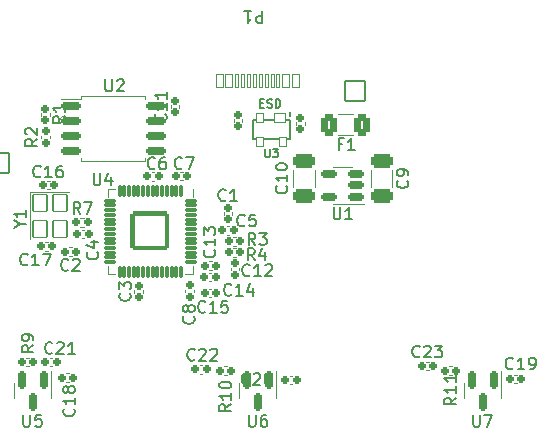
<source format=gbr>
%TF.GenerationSoftware,KiCad,Pcbnew,7.0.5*%
%TF.CreationDate,2024-03-22T09:53:21-05:00*%
%TF.ProjectId,RP2040,52503230-3430-42e6-9b69-6361645f7063,REV1*%
%TF.SameCoordinates,Original*%
%TF.FileFunction,Legend,Top*%
%TF.FilePolarity,Positive*%
%FSLAX46Y46*%
G04 Gerber Fmt 4.6, Leading zero omitted, Abs format (unit mm)*
G04 Created by KiCad (PCBNEW 7.0.5) date 2024-03-22 09:53:21*
%MOMM*%
%LPD*%
G01*
G04 APERTURE LIST*
G04 Aperture macros list*
%AMRoundRect*
0 Rectangle with rounded corners*
0 $1 Rounding radius*
0 $2 $3 $4 $5 $6 $7 $8 $9 X,Y pos of 4 corners*
0 Add a 4 corners polygon primitive as box body*
4,1,4,$2,$3,$4,$5,$6,$7,$8,$9,$2,$3,0*
0 Add four circle primitives for the rounded corners*
1,1,$1+$1,$2,$3*
1,1,$1+$1,$4,$5*
1,1,$1+$1,$6,$7*
1,1,$1+$1,$8,$9*
0 Add four rect primitives between the rounded corners*
20,1,$1+$1,$2,$3,$4,$5,0*
20,1,$1+$1,$4,$5,$6,$7,0*
20,1,$1+$1,$6,$7,$8,$9,0*
20,1,$1+$1,$8,$9,$2,$3,0*%
G04 Aperture macros list end*
%ADD10C,0.150000*%
%ADD11C,0.120000*%
%ADD12RoundRect,0.051000X0.850000X0.850000X-0.850000X0.850000X-0.850000X-0.850000X0.850000X-0.850000X0*%
%ADD13O,1.802000X1.802000*%
%ADD14RoundRect,0.191000X0.140000X0.170000X-0.140000X0.170000X-0.140000X-0.170000X0.140000X-0.170000X0*%
%ADD15RoundRect,0.191000X-0.170000X0.140000X-0.170000X-0.140000X0.170000X-0.140000X0.170000X0.140000X0*%
%ADD16RoundRect,0.051000X0.300000X0.575000X-0.300000X0.575000X-0.300000X-0.575000X0.300000X-0.575000X0*%
%ADD17RoundRect,0.051000X0.150000X0.575000X-0.150000X0.575000X-0.150000X-0.575000X0.150000X-0.575000X0*%
%ADD18O,1.102000X1.902000*%
%ADD19O,1.102000X2.302000*%
%ADD20RoundRect,0.191000X-0.140000X-0.170000X0.140000X-0.170000X0.140000X0.170000X-0.140000X0.170000X0*%
%ADD21C,2.802000*%
%ADD22RoundRect,0.201000X0.512500X0.150000X-0.512500X0.150000X-0.512500X-0.150000X0.512500X-0.150000X0*%
%ADD23RoundRect,0.201000X-0.150000X0.587500X-0.150000X-0.587500X0.150000X-0.587500X0.150000X0.587500X0*%
%ADD24RoundRect,0.301000X0.650000X-0.325000X0.650000X0.325000X-0.650000X0.325000X-0.650000X-0.325000X0*%
%ADD25RoundRect,0.051000X-0.600000X0.700000X-0.600000X-0.700000X0.600000X-0.700000X0.600000X0.700000X0*%
%ADD26RoundRect,0.050000X0.500000X0.350000X-0.500000X0.350000X-0.500000X-0.350000X0.500000X-0.350000X0*%
%ADD27RoundRect,0.050000X0.300000X0.350000X-0.300000X0.350000X-0.300000X-0.350000X0.300000X-0.350000X0*%
%ADD28RoundRect,0.191000X0.170000X-0.140000X0.170000X0.140000X-0.170000X0.140000X-0.170000X-0.140000X0*%
%ADD29RoundRect,0.201000X-0.650000X-0.150000X0.650000X-0.150000X0.650000X0.150000X-0.650000X0.150000X0*%
%ADD30RoundRect,0.186000X0.135000X0.185000X-0.135000X0.185000X-0.135000X-0.185000X0.135000X-0.185000X0*%
%ADD31RoundRect,0.101000X-0.050000X0.387500X-0.050000X-0.387500X0.050000X-0.387500X0.050000X0.387500X0*%
%ADD32RoundRect,0.101000X-0.387500X0.050000X-0.387500X-0.050000X0.387500X-0.050000X0.387500X0.050000X0*%
%ADD33RoundRect,0.195000X-1.456000X1.456000X-1.456000X-1.456000X1.456000X-1.456000X1.456000X1.456000X0*%
%ADD34C,4.402000*%
%ADD35RoundRect,0.301000X-0.375000X-0.625000X0.375000X-0.625000X0.375000X0.625000X-0.375000X0.625000X0*%
%ADD36C,1.802000*%
%ADD37RoundRect,0.051000X-0.850000X0.850000X-0.850000X-0.850000X0.850000X-0.850000X0.850000X0.850000X0*%
G04 APERTURE END LIST*
D10*
%TO.C,C21*%
X-17392858Y3190420D02*
X-17440477Y3142800D01*
X-17440477Y3142800D02*
X-17583334Y3095181D01*
X-17583334Y3095181D02*
X-17678572Y3095181D01*
X-17678572Y3095181D02*
X-17821429Y3142800D01*
X-17821429Y3142800D02*
X-17916667Y3238039D01*
X-17916667Y3238039D02*
X-17964286Y3333277D01*
X-17964286Y3333277D02*
X-18011905Y3523753D01*
X-18011905Y3523753D02*
X-18011905Y3666610D01*
X-18011905Y3666610D02*
X-17964286Y3857086D01*
X-17964286Y3857086D02*
X-17916667Y3952324D01*
X-17916667Y3952324D02*
X-17821429Y4047562D01*
X-17821429Y4047562D02*
X-17678572Y4095181D01*
X-17678572Y4095181D02*
X-17583334Y4095181D01*
X-17583334Y4095181D02*
X-17440477Y4047562D01*
X-17440477Y4047562D02*
X-17392858Y3999943D01*
X-17011905Y3999943D02*
X-16964286Y4047562D01*
X-16964286Y4047562D02*
X-16869048Y4095181D01*
X-16869048Y4095181D02*
X-16630953Y4095181D01*
X-16630953Y4095181D02*
X-16535715Y4047562D01*
X-16535715Y4047562D02*
X-16488096Y3999943D01*
X-16488096Y3999943D02*
X-16440477Y3904705D01*
X-16440477Y3904705D02*
X-16440477Y3809467D01*
X-16440477Y3809467D02*
X-16488096Y3666610D01*
X-16488096Y3666610D02*
X-17059524Y3095181D01*
X-17059524Y3095181D02*
X-16440477Y3095181D01*
X-15488096Y3095181D02*
X-16059524Y3095181D01*
X-15773810Y3095181D02*
X-15773810Y4095181D01*
X-15773810Y4095181D02*
X-15869048Y3952324D01*
X-15869048Y3952324D02*
X-15964286Y3857086D01*
X-15964286Y3857086D02*
X-16059524Y3809467D01*
%TO.C,C12*%
X-692858Y9790420D02*
X-740477Y9742800D01*
X-740477Y9742800D02*
X-883334Y9695181D01*
X-883334Y9695181D02*
X-978572Y9695181D01*
X-978572Y9695181D02*
X-1121429Y9742800D01*
X-1121429Y9742800D02*
X-1216667Y9838039D01*
X-1216667Y9838039D02*
X-1264286Y9933277D01*
X-1264286Y9933277D02*
X-1311905Y10123753D01*
X-1311905Y10123753D02*
X-1311905Y10266610D01*
X-1311905Y10266610D02*
X-1264286Y10457086D01*
X-1264286Y10457086D02*
X-1216667Y10552324D01*
X-1216667Y10552324D02*
X-1121429Y10647562D01*
X-1121429Y10647562D02*
X-978572Y10695181D01*
X-978572Y10695181D02*
X-883334Y10695181D01*
X-883334Y10695181D02*
X-740477Y10647562D01*
X-740477Y10647562D02*
X-692858Y10599943D01*
X259523Y9695181D02*
X-311905Y9695181D01*
X-26191Y9695181D02*
X-26191Y10695181D01*
X-26191Y10695181D02*
X-121429Y10552324D01*
X-121429Y10552324D02*
X-216667Y10457086D01*
X-216667Y10457086D02*
X-311905Y10409467D01*
X640476Y10599943D02*
X688095Y10647562D01*
X688095Y10647562D02*
X783333Y10695181D01*
X783333Y10695181D02*
X1021428Y10695181D01*
X1021428Y10695181D02*
X1116666Y10647562D01*
X1116666Y10647562D02*
X1164285Y10599943D01*
X1164285Y10599943D02*
X1211904Y10504705D01*
X1211904Y10504705D02*
X1211904Y10409467D01*
X1211904Y10409467D02*
X1164285Y10266610D01*
X1164285Y10266610D02*
X592857Y9695181D01*
X592857Y9695181D02*
X1211904Y9695181D01*
%TO.C,P1*%
X388094Y32154820D02*
X388094Y31154820D01*
X388094Y31154820D02*
X7142Y31154820D01*
X7142Y31154820D02*
X-88096Y31202439D01*
X-88096Y31202439D02*
X-135715Y31250058D01*
X-135715Y31250058D02*
X-183334Y31345296D01*
X-183334Y31345296D02*
X-183334Y31488153D01*
X-183334Y31488153D02*
X-135715Y31583391D01*
X-135715Y31583391D02*
X-88096Y31631010D01*
X-88096Y31631010D02*
X7142Y31678629D01*
X7142Y31678629D02*
X388094Y31678629D01*
X-1135715Y32154820D02*
X-564287Y32154820D01*
X-850001Y32154820D02*
X-850001Y31154820D01*
X-850001Y31154820D02*
X-754763Y31297677D01*
X-754763Y31297677D02*
X-659525Y31392915D01*
X-659525Y31392915D02*
X-564287Y31440534D01*
%TO.C,C15*%
X-4442858Y6690420D02*
X-4490477Y6642800D01*
X-4490477Y6642800D02*
X-4633334Y6595181D01*
X-4633334Y6595181D02*
X-4728572Y6595181D01*
X-4728572Y6595181D02*
X-4871429Y6642800D01*
X-4871429Y6642800D02*
X-4966667Y6738039D01*
X-4966667Y6738039D02*
X-5014286Y6833277D01*
X-5014286Y6833277D02*
X-5061905Y7023753D01*
X-5061905Y7023753D02*
X-5061905Y7166610D01*
X-5061905Y7166610D02*
X-5014286Y7357086D01*
X-5014286Y7357086D02*
X-4966667Y7452324D01*
X-4966667Y7452324D02*
X-4871429Y7547562D01*
X-4871429Y7547562D02*
X-4728572Y7595181D01*
X-4728572Y7595181D02*
X-4633334Y7595181D01*
X-4633334Y7595181D02*
X-4490477Y7547562D01*
X-4490477Y7547562D02*
X-4442858Y7499943D01*
X-3490477Y6595181D02*
X-4061905Y6595181D01*
X-3776191Y6595181D02*
X-3776191Y7595181D01*
X-3776191Y7595181D02*
X-3871429Y7452324D01*
X-3871429Y7452324D02*
X-3966667Y7357086D01*
X-3966667Y7357086D02*
X-4061905Y7309467D01*
X-2585715Y7595181D02*
X-3061905Y7595181D01*
X-3061905Y7595181D02*
X-3109524Y7118991D01*
X-3109524Y7118991D02*
X-3061905Y7166610D01*
X-3061905Y7166610D02*
X-2966667Y7214229D01*
X-2966667Y7214229D02*
X-2728572Y7214229D01*
X-2728572Y7214229D02*
X-2633334Y7166610D01*
X-2633334Y7166610D02*
X-2585715Y7118991D01*
X-2585715Y7118991D02*
X-2538096Y7023753D01*
X-2538096Y7023753D02*
X-2538096Y6785658D01*
X-2538096Y6785658D02*
X-2585715Y6690420D01*
X-2585715Y6690420D02*
X-2633334Y6642800D01*
X-2633334Y6642800D02*
X-2728572Y6595181D01*
X-2728572Y6595181D02*
X-2966667Y6595181D01*
X-2966667Y6595181D02*
X-3061905Y6642800D01*
X-3061905Y6642800D02*
X-3109524Y6690420D01*
%TO.C,C8*%
X-5440420Y6283334D02*
X-5392800Y6235715D01*
X-5392800Y6235715D02*
X-5345181Y6092858D01*
X-5345181Y6092858D02*
X-5345181Y5997620D01*
X-5345181Y5997620D02*
X-5392800Y5854763D01*
X-5392800Y5854763D02*
X-5488039Y5759525D01*
X-5488039Y5759525D02*
X-5583277Y5711906D01*
X-5583277Y5711906D02*
X-5773753Y5664287D01*
X-5773753Y5664287D02*
X-5916610Y5664287D01*
X-5916610Y5664287D02*
X-6107086Y5711906D01*
X-6107086Y5711906D02*
X-6202324Y5759525D01*
X-6202324Y5759525D02*
X-6297562Y5854763D01*
X-6297562Y5854763D02*
X-6345181Y5997620D01*
X-6345181Y5997620D02*
X-6345181Y6092858D01*
X-6345181Y6092858D02*
X-6297562Y6235715D01*
X-6297562Y6235715D02*
X-6249943Y6283334D01*
X-5916610Y6854763D02*
X-5964229Y6759525D01*
X-5964229Y6759525D02*
X-6011848Y6711906D01*
X-6011848Y6711906D02*
X-6107086Y6664287D01*
X-6107086Y6664287D02*
X-6154705Y6664287D01*
X-6154705Y6664287D02*
X-6249943Y6711906D01*
X-6249943Y6711906D02*
X-6297562Y6759525D01*
X-6297562Y6759525D02*
X-6345181Y6854763D01*
X-6345181Y6854763D02*
X-6345181Y7045239D01*
X-6345181Y7045239D02*
X-6297562Y7140477D01*
X-6297562Y7140477D02*
X-6249943Y7188096D01*
X-6249943Y7188096D02*
X-6154705Y7235715D01*
X-6154705Y7235715D02*
X-6107086Y7235715D01*
X-6107086Y7235715D02*
X-6011848Y7188096D01*
X-6011848Y7188096D02*
X-5964229Y7140477D01*
X-5964229Y7140477D02*
X-5916610Y7045239D01*
X-5916610Y7045239D02*
X-5916610Y6854763D01*
X-5916610Y6854763D02*
X-5868991Y6759525D01*
X-5868991Y6759525D02*
X-5821372Y6711906D01*
X-5821372Y6711906D02*
X-5726134Y6664287D01*
X-5726134Y6664287D02*
X-5535658Y6664287D01*
X-5535658Y6664287D02*
X-5440420Y6711906D01*
X-5440420Y6711906D02*
X-5392800Y6759525D01*
X-5392800Y6759525D02*
X-5345181Y6854763D01*
X-5345181Y6854763D02*
X-5345181Y7045239D01*
X-5345181Y7045239D02*
X-5392800Y7140477D01*
X-5392800Y7140477D02*
X-5440420Y7188096D01*
X-5440420Y7188096D02*
X-5535658Y7235715D01*
X-5535658Y7235715D02*
X-5726134Y7235715D01*
X-5726134Y7235715D02*
X-5821372Y7188096D01*
X-5821372Y7188096D02*
X-5868991Y7140477D01*
X-5868991Y7140477D02*
X-5916610Y7045239D01*
%TO.C,C17*%
X-19492858Y10690420D02*
X-19540477Y10642800D01*
X-19540477Y10642800D02*
X-19683334Y10595181D01*
X-19683334Y10595181D02*
X-19778572Y10595181D01*
X-19778572Y10595181D02*
X-19921429Y10642800D01*
X-19921429Y10642800D02*
X-20016667Y10738039D01*
X-20016667Y10738039D02*
X-20064286Y10833277D01*
X-20064286Y10833277D02*
X-20111905Y11023753D01*
X-20111905Y11023753D02*
X-20111905Y11166610D01*
X-20111905Y11166610D02*
X-20064286Y11357086D01*
X-20064286Y11357086D02*
X-20016667Y11452324D01*
X-20016667Y11452324D02*
X-19921429Y11547562D01*
X-19921429Y11547562D02*
X-19778572Y11595181D01*
X-19778572Y11595181D02*
X-19683334Y11595181D01*
X-19683334Y11595181D02*
X-19540477Y11547562D01*
X-19540477Y11547562D02*
X-19492858Y11499943D01*
X-18540477Y10595181D02*
X-19111905Y10595181D01*
X-18826191Y10595181D02*
X-18826191Y11595181D01*
X-18826191Y11595181D02*
X-18921429Y11452324D01*
X-18921429Y11452324D02*
X-19016667Y11357086D01*
X-19016667Y11357086D02*
X-19111905Y11309467D01*
X-18207143Y11595181D02*
X-17540477Y11595181D01*
X-17540477Y11595181D02*
X-17969048Y10595181D01*
%TO.C,U1*%
X6415595Y15516431D02*
X6415595Y14706908D01*
X6415595Y14706908D02*
X6463214Y14611670D01*
X6463214Y14611670D02*
X6510833Y14564050D01*
X6510833Y14564050D02*
X6606071Y14516431D01*
X6606071Y14516431D02*
X6796547Y14516431D01*
X6796547Y14516431D02*
X6891785Y14564050D01*
X6891785Y14564050D02*
X6939404Y14611670D01*
X6939404Y14611670D02*
X6987023Y14706908D01*
X6987023Y14706908D02*
X6987023Y15516431D01*
X7987023Y14516431D02*
X7415595Y14516431D01*
X7701309Y14516431D02*
X7701309Y15516431D01*
X7701309Y15516431D02*
X7606071Y15373574D01*
X7606071Y15373574D02*
X7510833Y15278336D01*
X7510833Y15278336D02*
X7415595Y15230717D01*
%TO.C,C2*%
X-16046667Y10250420D02*
X-16094286Y10202800D01*
X-16094286Y10202800D02*
X-16237143Y10155181D01*
X-16237143Y10155181D02*
X-16332381Y10155181D01*
X-16332381Y10155181D02*
X-16475238Y10202800D01*
X-16475238Y10202800D02*
X-16570476Y10298039D01*
X-16570476Y10298039D02*
X-16618095Y10393277D01*
X-16618095Y10393277D02*
X-16665714Y10583753D01*
X-16665714Y10583753D02*
X-16665714Y10726610D01*
X-16665714Y10726610D02*
X-16618095Y10917086D01*
X-16618095Y10917086D02*
X-16570476Y11012324D01*
X-16570476Y11012324D02*
X-16475238Y11107562D01*
X-16475238Y11107562D02*
X-16332381Y11155181D01*
X-16332381Y11155181D02*
X-16237143Y11155181D01*
X-16237143Y11155181D02*
X-16094286Y11107562D01*
X-16094286Y11107562D02*
X-16046667Y11059943D01*
X-15665714Y11059943D02*
X-15618095Y11107562D01*
X-15618095Y11107562D02*
X-15522857Y11155181D01*
X-15522857Y11155181D02*
X-15284762Y11155181D01*
X-15284762Y11155181D02*
X-15189524Y11107562D01*
X-15189524Y11107562D02*
X-15141905Y11059943D01*
X-15141905Y11059943D02*
X-15094286Y10964705D01*
X-15094286Y10964705D02*
X-15094286Y10869467D01*
X-15094286Y10869467D02*
X-15141905Y10726610D01*
X-15141905Y10726610D02*
X-15713333Y10155181D01*
X-15713333Y10155181D02*
X-15094286Y10155181D01*
%TO.C,U7*%
X18238095Y-2054819D02*
X18238095Y-2864342D01*
X18238095Y-2864342D02*
X18285714Y-2959580D01*
X18285714Y-2959580D02*
X18333333Y-3007200D01*
X18333333Y-3007200D02*
X18428571Y-3054819D01*
X18428571Y-3054819D02*
X18619047Y-3054819D01*
X18619047Y-3054819D02*
X18714285Y-3007200D01*
X18714285Y-3007200D02*
X18761904Y-2959580D01*
X18761904Y-2959580D02*
X18809523Y-2864342D01*
X18809523Y-2864342D02*
X18809523Y-2054819D01*
X19190476Y-2054819D02*
X19857142Y-2054819D01*
X19857142Y-2054819D02*
X19428571Y-3054819D01*
%TO.C,R3*%
X-216667Y12345181D02*
X-550000Y12821372D01*
X-788095Y12345181D02*
X-788095Y13345181D01*
X-788095Y13345181D02*
X-407143Y13345181D01*
X-407143Y13345181D02*
X-311905Y13297562D01*
X-311905Y13297562D02*
X-264286Y13249943D01*
X-264286Y13249943D02*
X-216667Y13154705D01*
X-216667Y13154705D02*
X-216667Y13011848D01*
X-216667Y13011848D02*
X-264286Y12916610D01*
X-264286Y12916610D02*
X-311905Y12868991D01*
X-311905Y12868991D02*
X-407143Y12821372D01*
X-407143Y12821372D02*
X-788095Y12821372D01*
X116667Y13345181D02*
X735714Y13345181D01*
X735714Y13345181D02*
X402381Y12964229D01*
X402381Y12964229D02*
X545238Y12964229D01*
X545238Y12964229D02*
X640476Y12916610D01*
X640476Y12916610D02*
X688095Y12868991D01*
X688095Y12868991D02*
X735714Y12773753D01*
X735714Y12773753D02*
X735714Y12535658D01*
X735714Y12535658D02*
X688095Y12440420D01*
X688095Y12440420D02*
X640476Y12392800D01*
X640476Y12392800D02*
X545238Y12345181D01*
X545238Y12345181D02*
X259524Y12345181D01*
X259524Y12345181D02*
X164286Y12392800D01*
X164286Y12392800D02*
X116667Y12440420D01*
%TO.C,C9*%
X12659580Y17783334D02*
X12707200Y17735715D01*
X12707200Y17735715D02*
X12754819Y17592858D01*
X12754819Y17592858D02*
X12754819Y17497620D01*
X12754819Y17497620D02*
X12707200Y17354763D01*
X12707200Y17354763D02*
X12611961Y17259525D01*
X12611961Y17259525D02*
X12516723Y17211906D01*
X12516723Y17211906D02*
X12326247Y17164287D01*
X12326247Y17164287D02*
X12183390Y17164287D01*
X12183390Y17164287D02*
X11992914Y17211906D01*
X11992914Y17211906D02*
X11897676Y17259525D01*
X11897676Y17259525D02*
X11802438Y17354763D01*
X11802438Y17354763D02*
X11754819Y17497620D01*
X11754819Y17497620D02*
X11754819Y17592858D01*
X11754819Y17592858D02*
X11802438Y17735715D01*
X11802438Y17735715D02*
X11850057Y17783334D01*
X12754819Y18259525D02*
X12754819Y18450001D01*
X12754819Y18450001D02*
X12707200Y18545239D01*
X12707200Y18545239D02*
X12659580Y18592858D01*
X12659580Y18592858D02*
X12516723Y18688096D01*
X12516723Y18688096D02*
X12326247Y18735715D01*
X12326247Y18735715D02*
X11945295Y18735715D01*
X11945295Y18735715D02*
X11850057Y18688096D01*
X11850057Y18688096D02*
X11802438Y18640477D01*
X11802438Y18640477D02*
X11754819Y18545239D01*
X11754819Y18545239D02*
X11754819Y18354763D01*
X11754819Y18354763D02*
X11802438Y18259525D01*
X11802438Y18259525D02*
X11850057Y18211906D01*
X11850057Y18211906D02*
X11945295Y18164287D01*
X11945295Y18164287D02*
X12183390Y18164287D01*
X12183390Y18164287D02*
X12278628Y18211906D01*
X12278628Y18211906D02*
X12326247Y18259525D01*
X12326247Y18259525D02*
X12373866Y18354763D01*
X12373866Y18354763D02*
X12373866Y18545239D01*
X12373866Y18545239D02*
X12326247Y18640477D01*
X12326247Y18640477D02*
X12278628Y18688096D01*
X12278628Y18688096D02*
X12183390Y18735715D01*
%TO.C,C14*%
X-2242858Y8140420D02*
X-2290477Y8092800D01*
X-2290477Y8092800D02*
X-2433334Y8045181D01*
X-2433334Y8045181D02*
X-2528572Y8045181D01*
X-2528572Y8045181D02*
X-2671429Y8092800D01*
X-2671429Y8092800D02*
X-2766667Y8188039D01*
X-2766667Y8188039D02*
X-2814286Y8283277D01*
X-2814286Y8283277D02*
X-2861905Y8473753D01*
X-2861905Y8473753D02*
X-2861905Y8616610D01*
X-2861905Y8616610D02*
X-2814286Y8807086D01*
X-2814286Y8807086D02*
X-2766667Y8902324D01*
X-2766667Y8902324D02*
X-2671429Y8997562D01*
X-2671429Y8997562D02*
X-2528572Y9045181D01*
X-2528572Y9045181D02*
X-2433334Y9045181D01*
X-2433334Y9045181D02*
X-2290477Y8997562D01*
X-2290477Y8997562D02*
X-2242858Y8949943D01*
X-1290477Y8045181D02*
X-1861905Y8045181D01*
X-1576191Y8045181D02*
X-1576191Y9045181D01*
X-1576191Y9045181D02*
X-1671429Y8902324D01*
X-1671429Y8902324D02*
X-1766667Y8807086D01*
X-1766667Y8807086D02*
X-1861905Y8759467D01*
X-433334Y8711848D02*
X-433334Y8045181D01*
X-671429Y9092800D02*
X-909524Y8378515D01*
X-909524Y8378515D02*
X-290477Y8378515D01*
%TO.C,Y1*%
X-20121372Y14073810D02*
X-19645181Y14073810D01*
X-20645181Y13740477D02*
X-20121372Y14073810D01*
X-20121372Y14073810D02*
X-20645181Y14407143D01*
X-19645181Y15264286D02*
X-19645181Y14692858D01*
X-19645181Y14978572D02*
X-20645181Y14978572D01*
X-20645181Y14978572D02*
X-20502324Y14883334D01*
X-20502324Y14883334D02*
X-20407086Y14788096D01*
X-20407086Y14788096D02*
X-20359467Y14692858D01*
%TO.C,C4*%
X-13590420Y11733334D02*
X-13542800Y11685715D01*
X-13542800Y11685715D02*
X-13495181Y11542858D01*
X-13495181Y11542858D02*
X-13495181Y11447620D01*
X-13495181Y11447620D02*
X-13542800Y11304763D01*
X-13542800Y11304763D02*
X-13638039Y11209525D01*
X-13638039Y11209525D02*
X-13733277Y11161906D01*
X-13733277Y11161906D02*
X-13923753Y11114287D01*
X-13923753Y11114287D02*
X-14066610Y11114287D01*
X-14066610Y11114287D02*
X-14257086Y11161906D01*
X-14257086Y11161906D02*
X-14352324Y11209525D01*
X-14352324Y11209525D02*
X-14447562Y11304763D01*
X-14447562Y11304763D02*
X-14495181Y11447620D01*
X-14495181Y11447620D02*
X-14495181Y11542858D01*
X-14495181Y11542858D02*
X-14447562Y11685715D01*
X-14447562Y11685715D02*
X-14399943Y11733334D01*
X-14161848Y12590477D02*
X-13495181Y12590477D01*
X-14542800Y12352382D02*
X-13828515Y12114287D01*
X-13828515Y12114287D02*
X-13828515Y12733334D01*
%TO.C,U3*%
X626666Y20463967D02*
X626666Y19897300D01*
X626666Y19897300D02*
X660000Y19830634D01*
X660000Y19830634D02*
X693333Y19797300D01*
X693333Y19797300D02*
X760000Y19763967D01*
X760000Y19763967D02*
X893333Y19763967D01*
X893333Y19763967D02*
X960000Y19797300D01*
X960000Y19797300D02*
X993333Y19830634D01*
X993333Y19830634D02*
X1026666Y19897300D01*
X1026666Y19897300D02*
X1026666Y20463967D01*
X1293333Y20463967D02*
X1726666Y20463967D01*
X1726666Y20463967D02*
X1493333Y20197300D01*
X1493333Y20197300D02*
X1593333Y20197300D01*
X1593333Y20197300D02*
X1659999Y20163967D01*
X1659999Y20163967D02*
X1693333Y20130634D01*
X1693333Y20130634D02*
X1726666Y20063967D01*
X1726666Y20063967D02*
X1726666Y19897300D01*
X1726666Y19897300D02*
X1693333Y19830634D01*
X1693333Y19830634D02*
X1659999Y19797300D01*
X1659999Y19797300D02*
X1593333Y19763967D01*
X1593333Y19763967D02*
X1393333Y19763967D01*
X1393333Y19763967D02*
X1326666Y19797300D01*
X1326666Y19797300D02*
X1293333Y19830634D01*
X211666Y24325634D02*
X445000Y24325634D01*
X545000Y23958967D02*
X211666Y23958967D01*
X211666Y23958967D02*
X211666Y24658967D01*
X211666Y24658967D02*
X545000Y24658967D01*
X811666Y23992300D02*
X911666Y23958967D01*
X911666Y23958967D02*
X1078333Y23958967D01*
X1078333Y23958967D02*
X1144999Y23992300D01*
X1144999Y23992300D02*
X1178333Y24025634D01*
X1178333Y24025634D02*
X1211666Y24092300D01*
X1211666Y24092300D02*
X1211666Y24158967D01*
X1211666Y24158967D02*
X1178333Y24225634D01*
X1178333Y24225634D02*
X1144999Y24258967D01*
X1144999Y24258967D02*
X1078333Y24292300D01*
X1078333Y24292300D02*
X944999Y24325634D01*
X944999Y24325634D02*
X878333Y24358967D01*
X878333Y24358967D02*
X844999Y24392300D01*
X844999Y24392300D02*
X811666Y24458967D01*
X811666Y24458967D02*
X811666Y24525634D01*
X811666Y24525634D02*
X844999Y24592300D01*
X844999Y24592300D02*
X878333Y24625634D01*
X878333Y24625634D02*
X944999Y24658967D01*
X944999Y24658967D02*
X1111666Y24658967D01*
X1111666Y24658967D02*
X1211666Y24625634D01*
X1511666Y23958967D02*
X1511666Y24658967D01*
X1511666Y24658967D02*
X1678333Y24658967D01*
X1678333Y24658967D02*
X1778333Y24625634D01*
X1778333Y24625634D02*
X1845000Y24558967D01*
X1845000Y24558967D02*
X1878333Y24492300D01*
X1878333Y24492300D02*
X1911666Y24358967D01*
X1911666Y24358967D02*
X1911666Y24258967D01*
X1911666Y24258967D02*
X1878333Y24125634D01*
X1878333Y24125634D02*
X1845000Y24058967D01*
X1845000Y24058967D02*
X1778333Y23992300D01*
X1778333Y23992300D02*
X1678333Y23958967D01*
X1678333Y23958967D02*
X1511666Y23958967D01*
%TO.C,R11*%
X16804819Y-592857D02*
X16328628Y-926190D01*
X16804819Y-1164285D02*
X15804819Y-1164285D01*
X15804819Y-1164285D02*
X15804819Y-783333D01*
X15804819Y-783333D02*
X15852438Y-688095D01*
X15852438Y-688095D02*
X15900057Y-640476D01*
X15900057Y-640476D02*
X15995295Y-592857D01*
X15995295Y-592857D02*
X16138152Y-592857D01*
X16138152Y-592857D02*
X16233390Y-640476D01*
X16233390Y-640476D02*
X16281009Y-688095D01*
X16281009Y-688095D02*
X16328628Y-783333D01*
X16328628Y-783333D02*
X16328628Y-1164285D01*
X16804819Y359524D02*
X16804819Y-211904D01*
X16804819Y73810D02*
X15804819Y73810D01*
X15804819Y73810D02*
X15947676Y-21428D01*
X15947676Y-21428D02*
X16042914Y-116666D01*
X16042914Y-116666D02*
X16090533Y-211904D01*
X16804819Y1311905D02*
X16804819Y740477D01*
X16804819Y1026191D02*
X15804819Y1026191D01*
X15804819Y1026191D02*
X15947676Y930953D01*
X15947676Y930953D02*
X16042914Y835715D01*
X16042914Y835715D02*
X16090533Y740477D01*
%TO.C,R4*%
X-266667Y11045181D02*
X-600000Y11521372D01*
X-838095Y11045181D02*
X-838095Y12045181D01*
X-838095Y12045181D02*
X-457143Y12045181D01*
X-457143Y12045181D02*
X-361905Y11997562D01*
X-361905Y11997562D02*
X-314286Y11949943D01*
X-314286Y11949943D02*
X-266667Y11854705D01*
X-266667Y11854705D02*
X-266667Y11711848D01*
X-266667Y11711848D02*
X-314286Y11616610D01*
X-314286Y11616610D02*
X-361905Y11568991D01*
X-361905Y11568991D02*
X-457143Y11521372D01*
X-457143Y11521372D02*
X-838095Y11521372D01*
X590476Y11711848D02*
X590476Y11045181D01*
X352381Y12092800D02*
X114286Y11378515D01*
X114286Y11378515D02*
X733333Y11378515D01*
%TO.C,R2*%
X-18675181Y21313334D02*
X-19151372Y20980001D01*
X-18675181Y20741906D02*
X-19675181Y20741906D01*
X-19675181Y20741906D02*
X-19675181Y21122858D01*
X-19675181Y21122858D02*
X-19627562Y21218096D01*
X-19627562Y21218096D02*
X-19579943Y21265715D01*
X-19579943Y21265715D02*
X-19484705Y21313334D01*
X-19484705Y21313334D02*
X-19341848Y21313334D01*
X-19341848Y21313334D02*
X-19246610Y21265715D01*
X-19246610Y21265715D02*
X-19198991Y21218096D01*
X-19198991Y21218096D02*
X-19151372Y21122858D01*
X-19151372Y21122858D02*
X-19151372Y20741906D01*
X-19579943Y21694287D02*
X-19627562Y21741906D01*
X-19627562Y21741906D02*
X-19675181Y21837144D01*
X-19675181Y21837144D02*
X-19675181Y22075239D01*
X-19675181Y22075239D02*
X-19627562Y22170477D01*
X-19627562Y22170477D02*
X-19579943Y22218096D01*
X-19579943Y22218096D02*
X-19484705Y22265715D01*
X-19484705Y22265715D02*
X-19389467Y22265715D01*
X-19389467Y22265715D02*
X-19246610Y22218096D01*
X-19246610Y22218096D02*
X-18675181Y21646668D01*
X-18675181Y21646668D02*
X-18675181Y22265715D01*
%TO.C,C11*%
X-7820420Y23387143D02*
X-7772800Y23339524D01*
X-7772800Y23339524D02*
X-7725181Y23196667D01*
X-7725181Y23196667D02*
X-7725181Y23101429D01*
X-7725181Y23101429D02*
X-7772800Y22958572D01*
X-7772800Y22958572D02*
X-7868039Y22863334D01*
X-7868039Y22863334D02*
X-7963277Y22815715D01*
X-7963277Y22815715D02*
X-8153753Y22768096D01*
X-8153753Y22768096D02*
X-8296610Y22768096D01*
X-8296610Y22768096D02*
X-8487086Y22815715D01*
X-8487086Y22815715D02*
X-8582324Y22863334D01*
X-8582324Y22863334D02*
X-8677562Y22958572D01*
X-8677562Y22958572D02*
X-8725181Y23101429D01*
X-8725181Y23101429D02*
X-8725181Y23196667D01*
X-8725181Y23196667D02*
X-8677562Y23339524D01*
X-8677562Y23339524D02*
X-8629943Y23387143D01*
X-7725181Y24339524D02*
X-7725181Y23768096D01*
X-7725181Y24053810D02*
X-8725181Y24053810D01*
X-8725181Y24053810D02*
X-8582324Y23958572D01*
X-8582324Y23958572D02*
X-8487086Y23863334D01*
X-8487086Y23863334D02*
X-8439467Y23768096D01*
X-7725181Y25291905D02*
X-7725181Y24720477D01*
X-7725181Y25006191D02*
X-8725181Y25006191D01*
X-8725181Y25006191D02*
X-8582324Y24910953D01*
X-8582324Y24910953D02*
X-8487086Y24815715D01*
X-8487086Y24815715D02*
X-8439467Y24720477D01*
%TO.C,U2*%
X-12911905Y26345181D02*
X-12911905Y25535658D01*
X-12911905Y25535658D02*
X-12864286Y25440420D01*
X-12864286Y25440420D02*
X-12816667Y25392800D01*
X-12816667Y25392800D02*
X-12721429Y25345181D01*
X-12721429Y25345181D02*
X-12530953Y25345181D01*
X-12530953Y25345181D02*
X-12435715Y25392800D01*
X-12435715Y25392800D02*
X-12388096Y25440420D01*
X-12388096Y25440420D02*
X-12340477Y25535658D01*
X-12340477Y25535658D02*
X-12340477Y26345181D01*
X-11911905Y26249943D02*
X-11864286Y26297562D01*
X-11864286Y26297562D02*
X-11769048Y26345181D01*
X-11769048Y26345181D02*
X-11530953Y26345181D01*
X-11530953Y26345181D02*
X-11435715Y26297562D01*
X-11435715Y26297562D02*
X-11388096Y26249943D01*
X-11388096Y26249943D02*
X-11340477Y26154705D01*
X-11340477Y26154705D02*
X-11340477Y26059467D01*
X-11340477Y26059467D02*
X-11388096Y25916610D01*
X-11388096Y25916610D02*
X-11959524Y25345181D01*
X-11959524Y25345181D02*
X-11340477Y25345181D01*
%TO.C,C5*%
X-1116667Y13990420D02*
X-1164286Y13942800D01*
X-1164286Y13942800D02*
X-1307143Y13895181D01*
X-1307143Y13895181D02*
X-1402381Y13895181D01*
X-1402381Y13895181D02*
X-1545238Y13942800D01*
X-1545238Y13942800D02*
X-1640476Y14038039D01*
X-1640476Y14038039D02*
X-1688095Y14133277D01*
X-1688095Y14133277D02*
X-1735714Y14323753D01*
X-1735714Y14323753D02*
X-1735714Y14466610D01*
X-1735714Y14466610D02*
X-1688095Y14657086D01*
X-1688095Y14657086D02*
X-1640476Y14752324D01*
X-1640476Y14752324D02*
X-1545238Y14847562D01*
X-1545238Y14847562D02*
X-1402381Y14895181D01*
X-1402381Y14895181D02*
X-1307143Y14895181D01*
X-1307143Y14895181D02*
X-1164286Y14847562D01*
X-1164286Y14847562D02*
X-1116667Y14799943D01*
X-211905Y14895181D02*
X-688095Y14895181D01*
X-688095Y14895181D02*
X-735714Y14418991D01*
X-735714Y14418991D02*
X-688095Y14466610D01*
X-688095Y14466610D02*
X-592857Y14514229D01*
X-592857Y14514229D02*
X-354762Y14514229D01*
X-354762Y14514229D02*
X-259524Y14466610D01*
X-259524Y14466610D02*
X-211905Y14418991D01*
X-211905Y14418991D02*
X-164286Y14323753D01*
X-164286Y14323753D02*
X-164286Y14085658D01*
X-164286Y14085658D02*
X-211905Y13990420D01*
X-211905Y13990420D02*
X-259524Y13942800D01*
X-259524Y13942800D02*
X-354762Y13895181D01*
X-354762Y13895181D02*
X-592857Y13895181D01*
X-592857Y13895181D02*
X-688095Y13942800D01*
X-688095Y13942800D02*
X-735714Y13990420D01*
%TO.C,C18*%
X-15590420Y-1542857D02*
X-15542800Y-1590476D01*
X-15542800Y-1590476D02*
X-15495181Y-1733333D01*
X-15495181Y-1733333D02*
X-15495181Y-1828571D01*
X-15495181Y-1828571D02*
X-15542800Y-1971428D01*
X-15542800Y-1971428D02*
X-15638039Y-2066666D01*
X-15638039Y-2066666D02*
X-15733277Y-2114285D01*
X-15733277Y-2114285D02*
X-15923753Y-2161904D01*
X-15923753Y-2161904D02*
X-16066610Y-2161904D01*
X-16066610Y-2161904D02*
X-16257086Y-2114285D01*
X-16257086Y-2114285D02*
X-16352324Y-2066666D01*
X-16352324Y-2066666D02*
X-16447562Y-1971428D01*
X-16447562Y-1971428D02*
X-16495181Y-1828571D01*
X-16495181Y-1828571D02*
X-16495181Y-1733333D01*
X-16495181Y-1733333D02*
X-16447562Y-1590476D01*
X-16447562Y-1590476D02*
X-16399943Y-1542857D01*
X-15495181Y-590476D02*
X-15495181Y-1161904D01*
X-15495181Y-876190D02*
X-16495181Y-876190D01*
X-16495181Y-876190D02*
X-16352324Y-971428D01*
X-16352324Y-971428D02*
X-16257086Y-1066666D01*
X-16257086Y-1066666D02*
X-16209467Y-1161904D01*
X-16066610Y-19047D02*
X-16114229Y-114285D01*
X-16114229Y-114285D02*
X-16161848Y-161904D01*
X-16161848Y-161904D02*
X-16257086Y-209523D01*
X-16257086Y-209523D02*
X-16304705Y-209523D01*
X-16304705Y-209523D02*
X-16399943Y-161904D01*
X-16399943Y-161904D02*
X-16447562Y-114285D01*
X-16447562Y-114285D02*
X-16495181Y-19047D01*
X-16495181Y-19047D02*
X-16495181Y171429D01*
X-16495181Y171429D02*
X-16447562Y266667D01*
X-16447562Y266667D02*
X-16399943Y314286D01*
X-16399943Y314286D02*
X-16304705Y361905D01*
X-16304705Y361905D02*
X-16257086Y361905D01*
X-16257086Y361905D02*
X-16161848Y314286D01*
X-16161848Y314286D02*
X-16114229Y266667D01*
X-16114229Y266667D02*
X-16066610Y171429D01*
X-16066610Y171429D02*
X-16066610Y-19047D01*
X-16066610Y-19047D02*
X-16018991Y-114285D01*
X-16018991Y-114285D02*
X-15971372Y-161904D01*
X-15971372Y-161904D02*
X-15876134Y-209523D01*
X-15876134Y-209523D02*
X-15685658Y-209523D01*
X-15685658Y-209523D02*
X-15590420Y-161904D01*
X-15590420Y-161904D02*
X-15542800Y-114285D01*
X-15542800Y-114285D02*
X-15495181Y-19047D01*
X-15495181Y-19047D02*
X-15495181Y171429D01*
X-15495181Y171429D02*
X-15542800Y266667D01*
X-15542800Y266667D02*
X-15590420Y314286D01*
X-15590420Y314286D02*
X-15685658Y361905D01*
X-15685658Y361905D02*
X-15876134Y361905D01*
X-15876134Y361905D02*
X-15971372Y314286D01*
X-15971372Y314286D02*
X-16018991Y266667D01*
X-16018991Y266667D02*
X-16066610Y171429D01*
%TO.C,C6*%
X-8716667Y18840420D02*
X-8764286Y18792800D01*
X-8764286Y18792800D02*
X-8907143Y18745181D01*
X-8907143Y18745181D02*
X-9002381Y18745181D01*
X-9002381Y18745181D02*
X-9145238Y18792800D01*
X-9145238Y18792800D02*
X-9240476Y18888039D01*
X-9240476Y18888039D02*
X-9288095Y18983277D01*
X-9288095Y18983277D02*
X-9335714Y19173753D01*
X-9335714Y19173753D02*
X-9335714Y19316610D01*
X-9335714Y19316610D02*
X-9288095Y19507086D01*
X-9288095Y19507086D02*
X-9240476Y19602324D01*
X-9240476Y19602324D02*
X-9145238Y19697562D01*
X-9145238Y19697562D02*
X-9002381Y19745181D01*
X-9002381Y19745181D02*
X-8907143Y19745181D01*
X-8907143Y19745181D02*
X-8764286Y19697562D01*
X-8764286Y19697562D02*
X-8716667Y19649943D01*
X-7859524Y19745181D02*
X-8050000Y19745181D01*
X-8050000Y19745181D02*
X-8145238Y19697562D01*
X-8145238Y19697562D02*
X-8192857Y19649943D01*
X-8192857Y19649943D02*
X-8288095Y19507086D01*
X-8288095Y19507086D02*
X-8335714Y19316610D01*
X-8335714Y19316610D02*
X-8335714Y18935658D01*
X-8335714Y18935658D02*
X-8288095Y18840420D01*
X-8288095Y18840420D02*
X-8240476Y18792800D01*
X-8240476Y18792800D02*
X-8145238Y18745181D01*
X-8145238Y18745181D02*
X-7954762Y18745181D01*
X-7954762Y18745181D02*
X-7859524Y18792800D01*
X-7859524Y18792800D02*
X-7811905Y18840420D01*
X-7811905Y18840420D02*
X-7764286Y18935658D01*
X-7764286Y18935658D02*
X-7764286Y19173753D01*
X-7764286Y19173753D02*
X-7811905Y19268991D01*
X-7811905Y19268991D02*
X-7859524Y19316610D01*
X-7859524Y19316610D02*
X-7954762Y19364229D01*
X-7954762Y19364229D02*
X-8145238Y19364229D01*
X-8145238Y19364229D02*
X-8240476Y19316610D01*
X-8240476Y19316610D02*
X-8288095Y19268991D01*
X-8288095Y19268991D02*
X-8335714Y19173753D01*
%TO.C,R1*%
X-16365181Y23223334D02*
X-16841372Y22890001D01*
X-16365181Y22651906D02*
X-17365181Y22651906D01*
X-17365181Y22651906D02*
X-17365181Y23032858D01*
X-17365181Y23032858D02*
X-17317562Y23128096D01*
X-17317562Y23128096D02*
X-17269943Y23175715D01*
X-17269943Y23175715D02*
X-17174705Y23223334D01*
X-17174705Y23223334D02*
X-17031848Y23223334D01*
X-17031848Y23223334D02*
X-16936610Y23175715D01*
X-16936610Y23175715D02*
X-16888991Y23128096D01*
X-16888991Y23128096D02*
X-16841372Y23032858D01*
X-16841372Y23032858D02*
X-16841372Y22651906D01*
X-16365181Y24175715D02*
X-16365181Y23604287D01*
X-16365181Y23890001D02*
X-17365181Y23890001D01*
X-17365181Y23890001D02*
X-17222324Y23794763D01*
X-17222324Y23794763D02*
X-17127086Y23699525D01*
X-17127086Y23699525D02*
X-17079467Y23604287D01*
%TO.C,C16*%
X-18392858Y18140420D02*
X-18440477Y18092800D01*
X-18440477Y18092800D02*
X-18583334Y18045181D01*
X-18583334Y18045181D02*
X-18678572Y18045181D01*
X-18678572Y18045181D02*
X-18821429Y18092800D01*
X-18821429Y18092800D02*
X-18916667Y18188039D01*
X-18916667Y18188039D02*
X-18964286Y18283277D01*
X-18964286Y18283277D02*
X-19011905Y18473753D01*
X-19011905Y18473753D02*
X-19011905Y18616610D01*
X-19011905Y18616610D02*
X-18964286Y18807086D01*
X-18964286Y18807086D02*
X-18916667Y18902324D01*
X-18916667Y18902324D02*
X-18821429Y18997562D01*
X-18821429Y18997562D02*
X-18678572Y19045181D01*
X-18678572Y19045181D02*
X-18583334Y19045181D01*
X-18583334Y19045181D02*
X-18440477Y18997562D01*
X-18440477Y18997562D02*
X-18392858Y18949943D01*
X-17440477Y18045181D02*
X-18011905Y18045181D01*
X-17726191Y18045181D02*
X-17726191Y19045181D01*
X-17726191Y19045181D02*
X-17821429Y18902324D01*
X-17821429Y18902324D02*
X-17916667Y18807086D01*
X-17916667Y18807086D02*
X-18011905Y18759467D01*
X-16583334Y19045181D02*
X-16773810Y19045181D01*
X-16773810Y19045181D02*
X-16869048Y18997562D01*
X-16869048Y18997562D02*
X-16916667Y18949943D01*
X-16916667Y18949943D02*
X-17011905Y18807086D01*
X-17011905Y18807086D02*
X-17059524Y18616610D01*
X-17059524Y18616610D02*
X-17059524Y18235658D01*
X-17059524Y18235658D02*
X-17011905Y18140420D01*
X-17011905Y18140420D02*
X-16964286Y18092800D01*
X-16964286Y18092800D02*
X-16869048Y18045181D01*
X-16869048Y18045181D02*
X-16678572Y18045181D01*
X-16678572Y18045181D02*
X-16583334Y18092800D01*
X-16583334Y18092800D02*
X-16535715Y18140420D01*
X-16535715Y18140420D02*
X-16488096Y18235658D01*
X-16488096Y18235658D02*
X-16488096Y18473753D01*
X-16488096Y18473753D02*
X-16535715Y18568991D01*
X-16535715Y18568991D02*
X-16583334Y18616610D01*
X-16583334Y18616610D02*
X-16678572Y18664229D01*
X-16678572Y18664229D02*
X-16869048Y18664229D01*
X-16869048Y18664229D02*
X-16964286Y18616610D01*
X-16964286Y18616610D02*
X-17011905Y18568991D01*
X-17011905Y18568991D02*
X-17059524Y18473753D01*
%TO.C,R7*%
X-15016667Y14945181D02*
X-15350000Y15421372D01*
X-15588095Y14945181D02*
X-15588095Y15945181D01*
X-15588095Y15945181D02*
X-15207143Y15945181D01*
X-15207143Y15945181D02*
X-15111905Y15897562D01*
X-15111905Y15897562D02*
X-15064286Y15849943D01*
X-15064286Y15849943D02*
X-15016667Y15754705D01*
X-15016667Y15754705D02*
X-15016667Y15611848D01*
X-15016667Y15611848D02*
X-15064286Y15516610D01*
X-15064286Y15516610D02*
X-15111905Y15468991D01*
X-15111905Y15468991D02*
X-15207143Y15421372D01*
X-15207143Y15421372D02*
X-15588095Y15421372D01*
X-14683333Y15945181D02*
X-14016667Y15945181D01*
X-14016667Y15945181D02*
X-14445238Y14945181D01*
%TO.C,R10*%
X-2265181Y-1142857D02*
X-2741372Y-1476190D01*
X-2265181Y-1714285D02*
X-3265181Y-1714285D01*
X-3265181Y-1714285D02*
X-3265181Y-1333333D01*
X-3265181Y-1333333D02*
X-3217562Y-1238095D01*
X-3217562Y-1238095D02*
X-3169943Y-1190476D01*
X-3169943Y-1190476D02*
X-3074705Y-1142857D01*
X-3074705Y-1142857D02*
X-2931848Y-1142857D01*
X-2931848Y-1142857D02*
X-2836610Y-1190476D01*
X-2836610Y-1190476D02*
X-2788991Y-1238095D01*
X-2788991Y-1238095D02*
X-2741372Y-1333333D01*
X-2741372Y-1333333D02*
X-2741372Y-1714285D01*
X-2265181Y-190476D02*
X-2265181Y-761904D01*
X-2265181Y-476190D02*
X-3265181Y-476190D01*
X-3265181Y-476190D02*
X-3122324Y-571428D01*
X-3122324Y-571428D02*
X-3027086Y-666666D01*
X-3027086Y-666666D02*
X-2979467Y-761904D01*
X-3265181Y428572D02*
X-3265181Y523810D01*
X-3265181Y523810D02*
X-3217562Y619048D01*
X-3217562Y619048D02*
X-3169943Y666667D01*
X-3169943Y666667D02*
X-3074705Y714286D01*
X-3074705Y714286D02*
X-2884229Y761905D01*
X-2884229Y761905D02*
X-2646134Y761905D01*
X-2646134Y761905D02*
X-2455658Y714286D01*
X-2455658Y714286D02*
X-2360420Y666667D01*
X-2360420Y666667D02*
X-2312800Y619048D01*
X-2312800Y619048D02*
X-2265181Y523810D01*
X-2265181Y523810D02*
X-2265181Y428572D01*
X-2265181Y428572D02*
X-2312800Y333334D01*
X-2312800Y333334D02*
X-2360420Y285715D01*
X-2360420Y285715D02*
X-2455658Y238096D01*
X-2455658Y238096D02*
X-2646134Y190477D01*
X-2646134Y190477D02*
X-2884229Y190477D01*
X-2884229Y190477D02*
X-3074705Y238096D01*
X-3074705Y238096D02*
X-3169943Y285715D01*
X-3169943Y285715D02*
X-3217562Y333334D01*
X-3217562Y333334D02*
X-3265181Y428572D01*
%TO.C,U6*%
X-761905Y-2054819D02*
X-761905Y-2864342D01*
X-761905Y-2864342D02*
X-714286Y-2959580D01*
X-714286Y-2959580D02*
X-666667Y-3007200D01*
X-666667Y-3007200D02*
X-571429Y-3054819D01*
X-571429Y-3054819D02*
X-380953Y-3054819D01*
X-380953Y-3054819D02*
X-285715Y-3007200D01*
X-285715Y-3007200D02*
X-238096Y-2959580D01*
X-238096Y-2959580D02*
X-190477Y-2864342D01*
X-190477Y-2864342D02*
X-190477Y-2054819D01*
X714285Y-2054819D02*
X523809Y-2054819D01*
X523809Y-2054819D02*
X428571Y-2102438D01*
X428571Y-2102438D02*
X380952Y-2150057D01*
X380952Y-2150057D02*
X285714Y-2292914D01*
X285714Y-2292914D02*
X238095Y-2483390D01*
X238095Y-2483390D02*
X238095Y-2864342D01*
X238095Y-2864342D02*
X285714Y-2959580D01*
X285714Y-2959580D02*
X333333Y-3007200D01*
X333333Y-3007200D02*
X428571Y-3054819D01*
X428571Y-3054819D02*
X619047Y-3054819D01*
X619047Y-3054819D02*
X714285Y-3007200D01*
X714285Y-3007200D02*
X761904Y-2959580D01*
X761904Y-2959580D02*
X809523Y-2864342D01*
X809523Y-2864342D02*
X809523Y-2626247D01*
X809523Y-2626247D02*
X761904Y-2531009D01*
X761904Y-2531009D02*
X714285Y-2483390D01*
X714285Y-2483390D02*
X619047Y-2435771D01*
X619047Y-2435771D02*
X428571Y-2435771D01*
X428571Y-2435771D02*
X333333Y-2483390D01*
X333333Y-2483390D02*
X285714Y-2531009D01*
X285714Y-2531009D02*
X238095Y-2626247D01*
%TO.C,C20*%
X-732858Y580420D02*
X-780477Y532800D01*
X-780477Y532800D02*
X-923334Y485181D01*
X-923334Y485181D02*
X-1018572Y485181D01*
X-1018572Y485181D02*
X-1161429Y532800D01*
X-1161429Y532800D02*
X-1256667Y628039D01*
X-1256667Y628039D02*
X-1304286Y723277D01*
X-1304286Y723277D02*
X-1351905Y913753D01*
X-1351905Y913753D02*
X-1351905Y1056610D01*
X-1351905Y1056610D02*
X-1304286Y1247086D01*
X-1304286Y1247086D02*
X-1256667Y1342324D01*
X-1256667Y1342324D02*
X-1161429Y1437562D01*
X-1161429Y1437562D02*
X-1018572Y1485181D01*
X-1018572Y1485181D02*
X-923334Y1485181D01*
X-923334Y1485181D02*
X-780477Y1437562D01*
X-780477Y1437562D02*
X-732858Y1389943D01*
X-351905Y1389943D02*
X-304286Y1437562D01*
X-304286Y1437562D02*
X-209048Y1485181D01*
X-209048Y1485181D02*
X29047Y1485181D01*
X29047Y1485181D02*
X124285Y1437562D01*
X124285Y1437562D02*
X171904Y1389943D01*
X171904Y1389943D02*
X219523Y1294705D01*
X219523Y1294705D02*
X219523Y1199467D01*
X219523Y1199467D02*
X171904Y1056610D01*
X171904Y1056610D02*
X-399524Y485181D01*
X-399524Y485181D02*
X219523Y485181D01*
X838571Y1485181D02*
X933809Y1485181D01*
X933809Y1485181D02*
X1029047Y1437562D01*
X1029047Y1437562D02*
X1076666Y1389943D01*
X1076666Y1389943D02*
X1124285Y1294705D01*
X1124285Y1294705D02*
X1171904Y1104229D01*
X1171904Y1104229D02*
X1171904Y866134D01*
X1171904Y866134D02*
X1124285Y675658D01*
X1124285Y675658D02*
X1076666Y580420D01*
X1076666Y580420D02*
X1029047Y532800D01*
X1029047Y532800D02*
X933809Y485181D01*
X933809Y485181D02*
X838571Y485181D01*
X838571Y485181D02*
X743333Y532800D01*
X743333Y532800D02*
X695714Y580420D01*
X695714Y580420D02*
X648095Y675658D01*
X648095Y675658D02*
X600476Y866134D01*
X600476Y866134D02*
X600476Y1104229D01*
X600476Y1104229D02*
X648095Y1294705D01*
X648095Y1294705D02*
X695714Y1389943D01*
X695714Y1389943D02*
X743333Y1437562D01*
X743333Y1437562D02*
X838571Y1485181D01*
%TO.C,U4*%
X-13911905Y18395181D02*
X-13911905Y17585658D01*
X-13911905Y17585658D02*
X-13864286Y17490420D01*
X-13864286Y17490420D02*
X-13816667Y17442800D01*
X-13816667Y17442800D02*
X-13721429Y17395181D01*
X-13721429Y17395181D02*
X-13530953Y17395181D01*
X-13530953Y17395181D02*
X-13435715Y17442800D01*
X-13435715Y17442800D02*
X-13388096Y17490420D01*
X-13388096Y17490420D02*
X-13340477Y17585658D01*
X-13340477Y17585658D02*
X-13340477Y18395181D01*
X-12435715Y18061848D02*
X-12435715Y17395181D01*
X-12673810Y18442800D02*
X-12911905Y17728515D01*
X-12911905Y17728515D02*
X-12292858Y17728515D01*
%TO.C,R9*%
X-18995181Y3833334D02*
X-19471372Y3500001D01*
X-18995181Y3261906D02*
X-19995181Y3261906D01*
X-19995181Y3261906D02*
X-19995181Y3642858D01*
X-19995181Y3642858D02*
X-19947562Y3738096D01*
X-19947562Y3738096D02*
X-19899943Y3785715D01*
X-19899943Y3785715D02*
X-19804705Y3833334D01*
X-19804705Y3833334D02*
X-19661848Y3833334D01*
X-19661848Y3833334D02*
X-19566610Y3785715D01*
X-19566610Y3785715D02*
X-19518991Y3738096D01*
X-19518991Y3738096D02*
X-19471372Y3642858D01*
X-19471372Y3642858D02*
X-19471372Y3261906D01*
X-18995181Y4309525D02*
X-18995181Y4500001D01*
X-18995181Y4500001D02*
X-19042800Y4595239D01*
X-19042800Y4595239D02*
X-19090420Y4642858D01*
X-19090420Y4642858D02*
X-19233277Y4738096D01*
X-19233277Y4738096D02*
X-19423753Y4785715D01*
X-19423753Y4785715D02*
X-19804705Y4785715D01*
X-19804705Y4785715D02*
X-19899943Y4738096D01*
X-19899943Y4738096D02*
X-19947562Y4690477D01*
X-19947562Y4690477D02*
X-19995181Y4595239D01*
X-19995181Y4595239D02*
X-19995181Y4404763D01*
X-19995181Y4404763D02*
X-19947562Y4309525D01*
X-19947562Y4309525D02*
X-19899943Y4261906D01*
X-19899943Y4261906D02*
X-19804705Y4214287D01*
X-19804705Y4214287D02*
X-19566610Y4214287D01*
X-19566610Y4214287D02*
X-19471372Y4261906D01*
X-19471372Y4261906D02*
X-19423753Y4309525D01*
X-19423753Y4309525D02*
X-19376134Y4404763D01*
X-19376134Y4404763D02*
X-19376134Y4595239D01*
X-19376134Y4595239D02*
X-19423753Y4690477D01*
X-19423753Y4690477D02*
X-19471372Y4738096D01*
X-19471372Y4738096D02*
X-19566610Y4785715D01*
%TO.C,U5*%
X-19861905Y-2054819D02*
X-19861905Y-2864342D01*
X-19861905Y-2864342D02*
X-19814286Y-2959580D01*
X-19814286Y-2959580D02*
X-19766667Y-3007200D01*
X-19766667Y-3007200D02*
X-19671429Y-3054819D01*
X-19671429Y-3054819D02*
X-19480953Y-3054819D01*
X-19480953Y-3054819D02*
X-19385715Y-3007200D01*
X-19385715Y-3007200D02*
X-19338096Y-2959580D01*
X-19338096Y-2959580D02*
X-19290477Y-2864342D01*
X-19290477Y-2864342D02*
X-19290477Y-2054819D01*
X-18338096Y-2054819D02*
X-18814286Y-2054819D01*
X-18814286Y-2054819D02*
X-18861905Y-2531009D01*
X-18861905Y-2531009D02*
X-18814286Y-2483390D01*
X-18814286Y-2483390D02*
X-18719048Y-2435771D01*
X-18719048Y-2435771D02*
X-18480953Y-2435771D01*
X-18480953Y-2435771D02*
X-18385715Y-2483390D01*
X-18385715Y-2483390D02*
X-18338096Y-2531009D01*
X-18338096Y-2531009D02*
X-18290477Y-2626247D01*
X-18290477Y-2626247D02*
X-18290477Y-2864342D01*
X-18290477Y-2864342D02*
X-18338096Y-2959580D01*
X-18338096Y-2959580D02*
X-18385715Y-3007200D01*
X-18385715Y-3007200D02*
X-18480953Y-3054819D01*
X-18480953Y-3054819D02*
X-18719048Y-3054819D01*
X-18719048Y-3054819D02*
X-18814286Y-3007200D01*
X-18814286Y-3007200D02*
X-18861905Y-2959580D01*
%TO.C,C23*%
X13707142Y2900420D02*
X13659523Y2852800D01*
X13659523Y2852800D02*
X13516666Y2805181D01*
X13516666Y2805181D02*
X13421428Y2805181D01*
X13421428Y2805181D02*
X13278571Y2852800D01*
X13278571Y2852800D02*
X13183333Y2948039D01*
X13183333Y2948039D02*
X13135714Y3043277D01*
X13135714Y3043277D02*
X13088095Y3233753D01*
X13088095Y3233753D02*
X13088095Y3376610D01*
X13088095Y3376610D02*
X13135714Y3567086D01*
X13135714Y3567086D02*
X13183333Y3662324D01*
X13183333Y3662324D02*
X13278571Y3757562D01*
X13278571Y3757562D02*
X13421428Y3805181D01*
X13421428Y3805181D02*
X13516666Y3805181D01*
X13516666Y3805181D02*
X13659523Y3757562D01*
X13659523Y3757562D02*
X13707142Y3709943D01*
X14088095Y3709943D02*
X14135714Y3757562D01*
X14135714Y3757562D02*
X14230952Y3805181D01*
X14230952Y3805181D02*
X14469047Y3805181D01*
X14469047Y3805181D02*
X14564285Y3757562D01*
X14564285Y3757562D02*
X14611904Y3709943D01*
X14611904Y3709943D02*
X14659523Y3614705D01*
X14659523Y3614705D02*
X14659523Y3519467D01*
X14659523Y3519467D02*
X14611904Y3376610D01*
X14611904Y3376610D02*
X14040476Y2805181D01*
X14040476Y2805181D02*
X14659523Y2805181D01*
X14992857Y3805181D02*
X15611904Y3805181D01*
X15611904Y3805181D02*
X15278571Y3424229D01*
X15278571Y3424229D02*
X15421428Y3424229D01*
X15421428Y3424229D02*
X15516666Y3376610D01*
X15516666Y3376610D02*
X15564285Y3328991D01*
X15564285Y3328991D02*
X15611904Y3233753D01*
X15611904Y3233753D02*
X15611904Y2995658D01*
X15611904Y2995658D02*
X15564285Y2900420D01*
X15564285Y2900420D02*
X15516666Y2852800D01*
X15516666Y2852800D02*
X15421428Y2805181D01*
X15421428Y2805181D02*
X15135714Y2805181D01*
X15135714Y2805181D02*
X15040476Y2852800D01*
X15040476Y2852800D02*
X14992857Y2900420D01*
%TO.C,C19*%
X21607142Y1890420D02*
X21559523Y1842800D01*
X21559523Y1842800D02*
X21416666Y1795181D01*
X21416666Y1795181D02*
X21321428Y1795181D01*
X21321428Y1795181D02*
X21178571Y1842800D01*
X21178571Y1842800D02*
X21083333Y1938039D01*
X21083333Y1938039D02*
X21035714Y2033277D01*
X21035714Y2033277D02*
X20988095Y2223753D01*
X20988095Y2223753D02*
X20988095Y2366610D01*
X20988095Y2366610D02*
X21035714Y2557086D01*
X21035714Y2557086D02*
X21083333Y2652324D01*
X21083333Y2652324D02*
X21178571Y2747562D01*
X21178571Y2747562D02*
X21321428Y2795181D01*
X21321428Y2795181D02*
X21416666Y2795181D01*
X21416666Y2795181D02*
X21559523Y2747562D01*
X21559523Y2747562D02*
X21607142Y2699943D01*
X22559523Y1795181D02*
X21988095Y1795181D01*
X22273809Y1795181D02*
X22273809Y2795181D01*
X22273809Y2795181D02*
X22178571Y2652324D01*
X22178571Y2652324D02*
X22083333Y2557086D01*
X22083333Y2557086D02*
X21988095Y2509467D01*
X23035714Y1795181D02*
X23226190Y1795181D01*
X23226190Y1795181D02*
X23321428Y1842800D01*
X23321428Y1842800D02*
X23369047Y1890420D01*
X23369047Y1890420D02*
X23464285Y2033277D01*
X23464285Y2033277D02*
X23511904Y2223753D01*
X23511904Y2223753D02*
X23511904Y2604705D01*
X23511904Y2604705D02*
X23464285Y2699943D01*
X23464285Y2699943D02*
X23416666Y2747562D01*
X23416666Y2747562D02*
X23321428Y2795181D01*
X23321428Y2795181D02*
X23130952Y2795181D01*
X23130952Y2795181D02*
X23035714Y2747562D01*
X23035714Y2747562D02*
X22988095Y2699943D01*
X22988095Y2699943D02*
X22940476Y2604705D01*
X22940476Y2604705D02*
X22940476Y2366610D01*
X22940476Y2366610D02*
X22988095Y2271372D01*
X22988095Y2271372D02*
X23035714Y2223753D01*
X23035714Y2223753D02*
X23130952Y2176134D01*
X23130952Y2176134D02*
X23321428Y2176134D01*
X23321428Y2176134D02*
X23416666Y2223753D01*
X23416666Y2223753D02*
X23464285Y2271372D01*
X23464285Y2271372D02*
X23511904Y2366610D01*
%TO.C,C7*%
X-6416667Y18840420D02*
X-6464286Y18792800D01*
X-6464286Y18792800D02*
X-6607143Y18745181D01*
X-6607143Y18745181D02*
X-6702381Y18745181D01*
X-6702381Y18745181D02*
X-6845238Y18792800D01*
X-6845238Y18792800D02*
X-6940476Y18888039D01*
X-6940476Y18888039D02*
X-6988095Y18983277D01*
X-6988095Y18983277D02*
X-7035714Y19173753D01*
X-7035714Y19173753D02*
X-7035714Y19316610D01*
X-7035714Y19316610D02*
X-6988095Y19507086D01*
X-6988095Y19507086D02*
X-6940476Y19602324D01*
X-6940476Y19602324D02*
X-6845238Y19697562D01*
X-6845238Y19697562D02*
X-6702381Y19745181D01*
X-6702381Y19745181D02*
X-6607143Y19745181D01*
X-6607143Y19745181D02*
X-6464286Y19697562D01*
X-6464286Y19697562D02*
X-6416667Y19649943D01*
X-6083333Y19745181D02*
X-5416667Y19745181D01*
X-5416667Y19745181D02*
X-5845238Y18745181D01*
%TO.C,C3*%
X-10840420Y8233334D02*
X-10792800Y8185715D01*
X-10792800Y8185715D02*
X-10745181Y8042858D01*
X-10745181Y8042858D02*
X-10745181Y7947620D01*
X-10745181Y7947620D02*
X-10792800Y7804763D01*
X-10792800Y7804763D02*
X-10888039Y7709525D01*
X-10888039Y7709525D02*
X-10983277Y7661906D01*
X-10983277Y7661906D02*
X-11173753Y7614287D01*
X-11173753Y7614287D02*
X-11316610Y7614287D01*
X-11316610Y7614287D02*
X-11507086Y7661906D01*
X-11507086Y7661906D02*
X-11602324Y7709525D01*
X-11602324Y7709525D02*
X-11697562Y7804763D01*
X-11697562Y7804763D02*
X-11745181Y7947620D01*
X-11745181Y7947620D02*
X-11745181Y8042858D01*
X-11745181Y8042858D02*
X-11697562Y8185715D01*
X-11697562Y8185715D02*
X-11649943Y8233334D01*
X-11745181Y8566668D02*
X-11745181Y9185715D01*
X-11745181Y9185715D02*
X-11364229Y8852382D01*
X-11364229Y8852382D02*
X-11364229Y8995239D01*
X-11364229Y8995239D02*
X-11316610Y9090477D01*
X-11316610Y9090477D02*
X-11268991Y9138096D01*
X-11268991Y9138096D02*
X-11173753Y9185715D01*
X-11173753Y9185715D02*
X-10935658Y9185715D01*
X-10935658Y9185715D02*
X-10840420Y9138096D01*
X-10840420Y9138096D02*
X-10792800Y9090477D01*
X-10792800Y9090477D02*
X-10745181Y8995239D01*
X-10745181Y8995239D02*
X-10745181Y8709525D01*
X-10745181Y8709525D02*
X-10792800Y8614287D01*
X-10792800Y8614287D02*
X-10840420Y8566668D01*
%TO.C,C22*%
X-5342858Y2640420D02*
X-5390477Y2592800D01*
X-5390477Y2592800D02*
X-5533334Y2545181D01*
X-5533334Y2545181D02*
X-5628572Y2545181D01*
X-5628572Y2545181D02*
X-5771429Y2592800D01*
X-5771429Y2592800D02*
X-5866667Y2688039D01*
X-5866667Y2688039D02*
X-5914286Y2783277D01*
X-5914286Y2783277D02*
X-5961905Y2973753D01*
X-5961905Y2973753D02*
X-5961905Y3116610D01*
X-5961905Y3116610D02*
X-5914286Y3307086D01*
X-5914286Y3307086D02*
X-5866667Y3402324D01*
X-5866667Y3402324D02*
X-5771429Y3497562D01*
X-5771429Y3497562D02*
X-5628572Y3545181D01*
X-5628572Y3545181D02*
X-5533334Y3545181D01*
X-5533334Y3545181D02*
X-5390477Y3497562D01*
X-5390477Y3497562D02*
X-5342858Y3449943D01*
X-4961905Y3449943D02*
X-4914286Y3497562D01*
X-4914286Y3497562D02*
X-4819048Y3545181D01*
X-4819048Y3545181D02*
X-4580953Y3545181D01*
X-4580953Y3545181D02*
X-4485715Y3497562D01*
X-4485715Y3497562D02*
X-4438096Y3449943D01*
X-4438096Y3449943D02*
X-4390477Y3354705D01*
X-4390477Y3354705D02*
X-4390477Y3259467D01*
X-4390477Y3259467D02*
X-4438096Y3116610D01*
X-4438096Y3116610D02*
X-5009524Y2545181D01*
X-5009524Y2545181D02*
X-4390477Y2545181D01*
X-4009524Y3449943D02*
X-3961905Y3497562D01*
X-3961905Y3497562D02*
X-3866667Y3545181D01*
X-3866667Y3545181D02*
X-3628572Y3545181D01*
X-3628572Y3545181D02*
X-3533334Y3497562D01*
X-3533334Y3497562D02*
X-3485715Y3449943D01*
X-3485715Y3449943D02*
X-3438096Y3354705D01*
X-3438096Y3354705D02*
X-3438096Y3259467D01*
X-3438096Y3259467D02*
X-3485715Y3116610D01*
X-3485715Y3116610D02*
X-4057143Y2545181D01*
X-4057143Y2545181D02*
X-3438096Y2545181D01*
%TO.C,F1*%
X7166666Y20868991D02*
X6833333Y20868991D01*
X6833333Y20345181D02*
X6833333Y21345181D01*
X6833333Y21345181D02*
X7309523Y21345181D01*
X8214285Y20345181D02*
X7642857Y20345181D01*
X7928571Y20345181D02*
X7928571Y21345181D01*
X7928571Y21345181D02*
X7833333Y21202324D01*
X7833333Y21202324D02*
X7738095Y21107086D01*
X7738095Y21107086D02*
X7642857Y21059467D01*
%TO.C,C1*%
X-2716667Y16140420D02*
X-2764286Y16092800D01*
X-2764286Y16092800D02*
X-2907143Y16045181D01*
X-2907143Y16045181D02*
X-3002381Y16045181D01*
X-3002381Y16045181D02*
X-3145238Y16092800D01*
X-3145238Y16092800D02*
X-3240476Y16188039D01*
X-3240476Y16188039D02*
X-3288095Y16283277D01*
X-3288095Y16283277D02*
X-3335714Y16473753D01*
X-3335714Y16473753D02*
X-3335714Y16616610D01*
X-3335714Y16616610D02*
X-3288095Y16807086D01*
X-3288095Y16807086D02*
X-3240476Y16902324D01*
X-3240476Y16902324D02*
X-3145238Y16997562D01*
X-3145238Y16997562D02*
X-3002381Y17045181D01*
X-3002381Y17045181D02*
X-2907143Y17045181D01*
X-2907143Y17045181D02*
X-2764286Y16997562D01*
X-2764286Y16997562D02*
X-2716667Y16949943D01*
X-1764286Y16045181D02*
X-2335714Y16045181D01*
X-2050000Y16045181D02*
X-2050000Y17045181D01*
X-2050000Y17045181D02*
X-2145238Y16902324D01*
X-2145238Y16902324D02*
X-2240476Y16807086D01*
X-2240476Y16807086D02*
X-2335714Y16759467D01*
%TO.C,C13*%
X-3690420Y11907143D02*
X-3642800Y11859524D01*
X-3642800Y11859524D02*
X-3595181Y11716667D01*
X-3595181Y11716667D02*
X-3595181Y11621429D01*
X-3595181Y11621429D02*
X-3642800Y11478572D01*
X-3642800Y11478572D02*
X-3738039Y11383334D01*
X-3738039Y11383334D02*
X-3833277Y11335715D01*
X-3833277Y11335715D02*
X-4023753Y11288096D01*
X-4023753Y11288096D02*
X-4166610Y11288096D01*
X-4166610Y11288096D02*
X-4357086Y11335715D01*
X-4357086Y11335715D02*
X-4452324Y11383334D01*
X-4452324Y11383334D02*
X-4547562Y11478572D01*
X-4547562Y11478572D02*
X-4595181Y11621429D01*
X-4595181Y11621429D02*
X-4595181Y11716667D01*
X-4595181Y11716667D02*
X-4547562Y11859524D01*
X-4547562Y11859524D02*
X-4499943Y11907143D01*
X-3595181Y12859524D02*
X-3595181Y12288096D01*
X-3595181Y12573810D02*
X-4595181Y12573810D01*
X-4595181Y12573810D02*
X-4452324Y12478572D01*
X-4452324Y12478572D02*
X-4357086Y12383334D01*
X-4357086Y12383334D02*
X-4309467Y12288096D01*
X-4595181Y13192858D02*
X-4595181Y13811905D01*
X-4595181Y13811905D02*
X-4214229Y13478572D01*
X-4214229Y13478572D02*
X-4214229Y13621429D01*
X-4214229Y13621429D02*
X-4166610Y13716667D01*
X-4166610Y13716667D02*
X-4118991Y13764286D01*
X-4118991Y13764286D02*
X-4023753Y13811905D01*
X-4023753Y13811905D02*
X-3785658Y13811905D01*
X-3785658Y13811905D02*
X-3690420Y13764286D01*
X-3690420Y13764286D02*
X-3642800Y13716667D01*
X-3642800Y13716667D02*
X-3595181Y13621429D01*
X-3595181Y13621429D02*
X-3595181Y13335715D01*
X-3595181Y13335715D02*
X-3642800Y13240477D01*
X-3642800Y13240477D02*
X-3690420Y13192858D01*
%TO.C,C10*%
X2412080Y17328393D02*
X2459700Y17280774D01*
X2459700Y17280774D02*
X2507319Y17137917D01*
X2507319Y17137917D02*
X2507319Y17042679D01*
X2507319Y17042679D02*
X2459700Y16899822D01*
X2459700Y16899822D02*
X2364461Y16804584D01*
X2364461Y16804584D02*
X2269223Y16756965D01*
X2269223Y16756965D02*
X2078747Y16709346D01*
X2078747Y16709346D02*
X1935890Y16709346D01*
X1935890Y16709346D02*
X1745414Y16756965D01*
X1745414Y16756965D02*
X1650176Y16804584D01*
X1650176Y16804584D02*
X1554938Y16899822D01*
X1554938Y16899822D02*
X1507319Y17042679D01*
X1507319Y17042679D02*
X1507319Y17137917D01*
X1507319Y17137917D02*
X1554938Y17280774D01*
X1554938Y17280774D02*
X1602557Y17328393D01*
X2507319Y18280774D02*
X2507319Y17709346D01*
X2507319Y17995060D02*
X1507319Y17995060D01*
X1507319Y17995060D02*
X1650176Y17899822D01*
X1650176Y17899822D02*
X1745414Y17804584D01*
X1745414Y17804584D02*
X1793033Y17709346D01*
X1507319Y18899822D02*
X1507319Y18995060D01*
X1507319Y18995060D02*
X1554938Y19090298D01*
X1554938Y19090298D02*
X1602557Y19137917D01*
X1602557Y19137917D02*
X1697795Y19185536D01*
X1697795Y19185536D02*
X1888271Y19233155D01*
X1888271Y19233155D02*
X2126366Y19233155D01*
X2126366Y19233155D02*
X2316842Y19185536D01*
X2316842Y19185536D02*
X2412080Y19137917D01*
X2412080Y19137917D02*
X2459700Y19090298D01*
X2459700Y19090298D02*
X2507319Y18995060D01*
X2507319Y18995060D02*
X2507319Y18899822D01*
X2507319Y18899822D02*
X2459700Y18804584D01*
X2459700Y18804584D02*
X2412080Y18756965D01*
X2412080Y18756965D02*
X2316842Y18709346D01*
X2316842Y18709346D02*
X2126366Y18661727D01*
X2126366Y18661727D02*
X1888271Y18661727D01*
X1888271Y18661727D02*
X1697795Y18709346D01*
X1697795Y18709346D02*
X1602557Y18756965D01*
X1602557Y18756965D02*
X1554938Y18804584D01*
X1554938Y18804584D02*
X1507319Y18899822D01*
D11*
%TO.C,C21*%
X-17392164Y2040000D02*
X-17607836Y2040000D01*
X-17392164Y2760000D02*
X-17607836Y2760000D01*
%TO.C,C12*%
X-1574838Y10408336D02*
X-1574838Y10192664D01*
X-2294838Y10408336D02*
X-2294838Y10192664D01*
%TO.C,C15*%
X-4137836Y8610000D02*
X-3922164Y8610000D01*
X-4137836Y7890000D02*
X-3922164Y7890000D01*
%TO.C,C8*%
X-5420000Y8527836D02*
X-5420000Y8312164D01*
X-6140000Y8527836D02*
X-6140000Y8312164D01*
%TO.C,C17*%
X-18007836Y12560000D02*
X-17792164Y12560000D01*
X-18007836Y11840000D02*
X-17792164Y11840000D01*
%TO.C,U1*%
X7177500Y15811250D02*
X8977500Y15811250D01*
X7177500Y15811250D02*
X6377500Y15811250D01*
X7177500Y18931250D02*
X7977500Y18931250D01*
X7177500Y18931250D02*
X6377500Y18931250D01*
%TO.C,C2*%
X-15772164Y11410000D02*
X-15987836Y11410000D01*
X-15772164Y12130000D02*
X-15987836Y12130000D01*
%TO.C,U7*%
X20610000Y0D02*
X20610000Y1675000D01*
X20610000Y0D02*
X20610000Y-650000D01*
X17490000Y0D02*
X17490000Y650000D01*
X17490000Y0D02*
X17490000Y-650000D01*
%TO.C,R3*%
X-1847002Y12270500D02*
X-2062674Y12270500D01*
X-1847002Y12990500D02*
X-2062674Y12990500D01*
%TO.C,C9*%
X9572500Y17259998D02*
X9572500Y18682502D01*
X11392500Y17259998D02*
X11392500Y18682502D01*
%TO.C,C14*%
X-4147836Y9980000D02*
X-3932164Y9980000D01*
X-4147836Y9260000D02*
X-3932164Y9260000D01*
%TO.C,Y1*%
X-15950000Y16800000D02*
X-19250000Y16800000D01*
X-19250000Y16800000D02*
X-19250000Y12800000D01*
%TO.C,C4*%
X-14692164Y12910500D02*
X-14907836Y12910500D01*
X-14692164Y13630500D02*
X-14907836Y13630500D01*
D10*
%TO.C,U3*%
X2760000Y21280000D02*
X2760000Y22880000D01*
X2760000Y23280000D02*
X2760000Y23580000D01*
X-440000Y21280000D02*
X2760000Y21280000D01*
X-440000Y21280000D02*
X-440000Y22880000D01*
X-440000Y22880000D02*
X2760000Y22880000D01*
D11*
%TO.C,R11*%
X16407836Y1340000D02*
X16192164Y1340000D01*
X16407836Y2060000D02*
X16192164Y2060000D01*
%TO.C,R4*%
X-1857002Y11340500D02*
X-2072674Y11340500D01*
X-1857002Y12060500D02*
X-2072674Y12060500D01*
%TO.C,R5*%
X3962500Y22707836D02*
X3962500Y22492164D01*
X3242500Y22707836D02*
X3242500Y22492164D01*
%TO.C,R2*%
X-18330000Y21372164D02*
X-18330000Y21587836D01*
X-17610000Y21372164D02*
X-17610000Y21587836D01*
%TO.C,C11*%
X-7380000Y23922164D02*
X-7380000Y24137836D01*
X-6660000Y23922164D02*
X-6660000Y24137836D01*
%TO.C,U2*%
X-14979838Y24905500D02*
X-14979838Y24645500D01*
X-14979838Y24645500D02*
X-16654838Y24645500D01*
X-14979838Y19455500D02*
X-14979838Y19715500D01*
X-12254838Y24905500D02*
X-14979838Y24905500D01*
X-12254838Y24905500D02*
X-9529838Y24905500D01*
X-12254838Y19455500D02*
X-14979838Y19455500D01*
X-12254838Y19455500D02*
X-9529838Y19455500D01*
X-9529838Y24905500D02*
X-9529838Y24645500D01*
X-9529838Y19455500D02*
X-9529838Y19715500D01*
%TO.C,C5*%
X-2632674Y13930500D02*
X-2417002Y13930500D01*
X-2632674Y13210500D02*
X-2417002Y13210500D01*
%TO.C,C18*%
X-15992164Y740000D02*
X-16207836Y740000D01*
X-15992164Y1460000D02*
X-16207836Y1460000D01*
%TO.C,C6*%
X-8977836Y18500000D02*
X-8762164Y18500000D01*
X-8977836Y17780000D02*
X-8762164Y17780000D01*
%TO.C,R1*%
X-17620000Y23497836D02*
X-17620000Y23282164D01*
X-18340000Y23497836D02*
X-18340000Y23282164D01*
%TO.C,C16*%
X-17592164Y17030000D02*
X-17807836Y17030000D01*
X-17592164Y17750000D02*
X-17807836Y17750000D01*
%TO.C,R7*%
X-14746359Y13890000D02*
X-15053641Y13890000D01*
X-14746359Y14650000D02*
X-15053641Y14650000D01*
%TO.C,R10*%
X-2612164Y1340000D02*
X-2827836Y1340000D01*
X-2612164Y2060000D02*
X-2827836Y2060000D01*
%TO.C,U6*%
X1560000Y0D02*
X1560000Y1675000D01*
X1560000Y0D02*
X1560000Y-650000D01*
X-1560000Y0D02*
X-1560000Y650000D01*
X-1560000Y0D02*
X-1560000Y-650000D01*
%TO.C,C20*%
X2907836Y540000D02*
X2692164Y540000D01*
X2907836Y1260000D02*
X2692164Y1260000D01*
%TO.C,U4*%
X-12712500Y17082500D02*
X-12062500Y17082500D01*
X-5492500Y16432500D02*
X-5492500Y17082500D01*
X-12712500Y16432500D02*
X-12712500Y17082500D01*
X-5492500Y10512500D02*
X-5492500Y9862500D01*
X-12712500Y10512500D02*
X-12712500Y9862500D01*
X-5492500Y9862500D02*
X-6142500Y9862500D01*
X-12712500Y9862500D02*
X-12062500Y9862500D01*
%TO.C,R9*%
X-19607836Y2760000D02*
X-19392164Y2760000D01*
X-19607836Y2040000D02*
X-19392164Y2040000D01*
%TO.C,U5*%
X-20610000Y0D02*
X-20610000Y-650000D01*
X-20610000Y0D02*
X-20610000Y650000D01*
X-17490000Y0D02*
X-17490000Y-650000D01*
X-17490000Y0D02*
X-17490000Y1675000D01*
%TO.C,R6*%
X-1320000Y22967836D02*
X-1320000Y22752164D01*
X-2040000Y22967836D02*
X-2040000Y22752164D01*
%TO.C,C23*%
X14242164Y2460000D02*
X14457836Y2460000D01*
X14242164Y1740000D02*
X14457836Y1740000D01*
%TO.C,C19*%
X21907836Y640000D02*
X21692164Y640000D01*
X21907836Y1360000D02*
X21692164Y1360000D01*
%TO.C,C7*%
X-6587836Y18520000D02*
X-6372164Y18520000D01*
X-6587836Y17800000D02*
X-6372164Y17800000D01*
%TO.C,C3*%
X-9740000Y8507836D02*
X-9740000Y8292164D01*
X-10460000Y8507836D02*
X-10460000Y8292164D01*
%TO.C,C22*%
X-4907836Y1440000D02*
X-4692164Y1440000D01*
X-4907836Y2160000D02*
X-4692164Y2160000D01*
%TO.C,F1*%
X6817936Y23430000D02*
X8022064Y23430000D01*
X6817936Y21610000D02*
X8022064Y21610000D01*
%TO.C,C1*%
X-2894838Y14902664D02*
X-2894838Y15118336D01*
X-2174838Y14902664D02*
X-2174838Y15118336D01*
%TO.C,C13*%
X-4127836Y10930000D02*
X-3912164Y10930000D01*
X-4127836Y10210000D02*
X-3912164Y10210000D01*
%TO.C,C10*%
X2992500Y17259998D02*
X2992500Y18682502D01*
X4812500Y17259998D02*
X4812500Y18682502D01*
%TD*%
%LPC*%
D12*
%TO.C,J1*%
X-21900000Y19300000D03*
D13*
X-21900000Y16760000D03*
%TD*%
D14*
%TO.C,C21*%
X-17020000Y2400000D03*
X-17980000Y2400000D03*
%TD*%
D15*
%TO.C,C12*%
X-1934838Y10780500D03*
X-1934838Y9820500D03*
%TD*%
D16*
%TO.C,P1*%
X3200000Y26225000D03*
X2400000Y26225000D03*
D17*
X1250000Y26225000D03*
X250000Y26225000D03*
X-250000Y26225000D03*
X-1250000Y26225000D03*
D16*
X-2400000Y26225000D03*
X-3200000Y26225000D03*
X-3200000Y26225000D03*
X-2400000Y26225000D03*
D17*
X-1750000Y26225000D03*
X-750000Y26225000D03*
X750000Y26225000D03*
X1750000Y26225000D03*
D16*
X2400000Y26225000D03*
X3200000Y26225000D03*
D18*
X5620000Y27450000D03*
D19*
X5620000Y31450000D03*
D18*
X-5620000Y27450000D03*
D19*
X-5620000Y31450000D03*
%TD*%
D20*
%TO.C,C15*%
X-4510000Y8250000D03*
X-3550000Y8250000D03*
%TD*%
D15*
%TO.C,C8*%
X-5780000Y8900000D03*
X-5780000Y7940000D03*
%TD*%
D20*
%TO.C,C17*%
X-18380000Y12200000D03*
X-17420000Y12200000D03*
%TD*%
D21*
%TO.C,REF\u002A\u002A*%
X23000000Y12000000D03*
%TD*%
D22*
%TO.C,U1*%
X8315000Y16421250D03*
X8315000Y17371250D03*
X8315000Y18321250D03*
X6040000Y18321250D03*
X6040000Y16421250D03*
%TD*%
D14*
%TO.C,C2*%
X-15400000Y11770000D03*
X-16360000Y11770000D03*
%TD*%
D23*
%TO.C,U7*%
X20000000Y937500D03*
X18100000Y937500D03*
X19050000Y-937500D03*
%TD*%
D14*
%TO.C,R3*%
X-1474838Y12630500D03*
X-2434838Y12630500D03*
%TD*%
D24*
%TO.C,C9*%
X10482500Y16496250D03*
X10482500Y19446250D03*
%TD*%
D21*
%TO.C,REF\u002A\u002A*%
X9525000Y0D03*
%TD*%
D20*
%TO.C,C14*%
X-4520000Y9620000D03*
X-3560000Y9620000D03*
%TD*%
D25*
%TO.C,Y1*%
X-18450000Y15900000D03*
X-18450000Y13700000D03*
X-16750000Y13700000D03*
X-16750000Y15900000D03*
%TD*%
D14*
%TO.C,C4*%
X-14320000Y13270500D03*
X-15280000Y13270500D03*
%TD*%
D26*
%TO.C,U3*%
X1910000Y23080000D03*
D27*
X210000Y23080000D03*
X210000Y21080000D03*
X2110000Y21080000D03*
%TD*%
D14*
%TO.C,R11*%
X16780000Y1700000D03*
X15820000Y1700000D03*
%TD*%
%TO.C,R4*%
X-1484838Y11700500D03*
X-2444838Y11700500D03*
%TD*%
D15*
%TO.C,R5*%
X3602500Y23080000D03*
X3602500Y22120000D03*
%TD*%
D21*
%TO.C,REF\u002A\u002A*%
X13000000Y-12000000D03*
%TD*%
D28*
%TO.C,R2*%
X-17970000Y21000000D03*
X-17970000Y21960000D03*
%TD*%
%TO.C,C11*%
X-7020000Y23550000D03*
X-7020000Y24510000D03*
%TD*%
D29*
%TO.C,U2*%
X-15854838Y24085500D03*
X-15854838Y22815500D03*
X-15854838Y21545500D03*
X-15854838Y20275500D03*
X-8654838Y20275500D03*
X-8654838Y21545500D03*
X-8654838Y22815500D03*
X-8654838Y24085500D03*
%TD*%
D20*
%TO.C,C5*%
X-3004838Y13570500D03*
X-2044838Y13570500D03*
%TD*%
D14*
%TO.C,C18*%
X-15620000Y1100000D03*
X-16580000Y1100000D03*
%TD*%
D20*
%TO.C,C6*%
X-9350000Y18140000D03*
X-8390000Y18140000D03*
%TD*%
D15*
%TO.C,R1*%
X-17980000Y23870000D03*
X-17980000Y22910000D03*
%TD*%
D21*
%TO.C,REF\u002A\u002A*%
X-9525000Y0D03*
%TD*%
D14*
%TO.C,C16*%
X-17220000Y17390000D03*
X-18180000Y17390000D03*
%TD*%
D30*
%TO.C,R7*%
X-14390000Y14270000D03*
X-15410000Y14270000D03*
%TD*%
D14*
%TO.C,R10*%
X-2240000Y1700000D03*
X-3200000Y1700000D03*
%TD*%
D23*
%TO.C,U6*%
X950000Y937500D03*
X-950000Y937500D03*
X0Y-937500D03*
%TD*%
D21*
%TO.C,REF\u002A\u002A*%
X-13000000Y-12000000D03*
%TD*%
D14*
%TO.C,C20*%
X3280000Y900000D03*
X2320000Y900000D03*
%TD*%
D31*
%TO.C,U4*%
X-6502500Y16910000D03*
X-6902500Y16910000D03*
X-7302500Y16910000D03*
X-7702500Y16910000D03*
X-8102500Y16910000D03*
X-8502500Y16910000D03*
X-8902500Y16910000D03*
X-9302500Y16910000D03*
X-9702500Y16910000D03*
X-10102500Y16910000D03*
X-10502500Y16910000D03*
X-10902500Y16910000D03*
X-11302500Y16910000D03*
X-11702500Y16910000D03*
D32*
X-12540000Y16072500D03*
X-12540000Y15672500D03*
X-12540000Y15272500D03*
X-12540000Y14872500D03*
X-12540000Y14472500D03*
X-12540000Y14072500D03*
X-12540000Y13672500D03*
X-12540000Y13272500D03*
X-12540000Y12872500D03*
X-12540000Y12472500D03*
X-12540000Y12072500D03*
X-12540000Y11672500D03*
X-12540000Y11272500D03*
X-12540000Y10872500D03*
D31*
X-11702500Y10035000D03*
X-11302500Y10035000D03*
X-10902500Y10035000D03*
X-10502500Y10035000D03*
X-10102500Y10035000D03*
X-9702500Y10035000D03*
X-9302500Y10035000D03*
X-8902500Y10035000D03*
X-8502500Y10035000D03*
X-8102500Y10035000D03*
X-7702500Y10035000D03*
X-7302500Y10035000D03*
X-6902500Y10035000D03*
X-6502500Y10035000D03*
D32*
X-5665000Y10872500D03*
X-5665000Y11272500D03*
X-5665000Y11672500D03*
X-5665000Y12072500D03*
X-5665000Y12472500D03*
X-5665000Y12872500D03*
X-5665000Y13272500D03*
X-5665000Y13672500D03*
X-5665000Y14072500D03*
X-5665000Y14472500D03*
X-5665000Y14872500D03*
X-5665000Y15272500D03*
X-5665000Y15672500D03*
X-5665000Y16072500D03*
D33*
X-9102500Y13472500D03*
%TD*%
D34*
%TO.C,REF\u002A\u002A*%
X0Y-25000000D03*
%TD*%
D20*
%TO.C,R9*%
X-19980000Y2400000D03*
X-19020000Y2400000D03*
%TD*%
D23*
%TO.C,U5*%
X-19050000Y-937500D03*
X-20000000Y937500D03*
X-18100000Y937500D03*
%TD*%
D15*
%TO.C,R6*%
X-1680000Y23340000D03*
X-1680000Y22380000D03*
%TD*%
D20*
%TO.C,C23*%
X13870000Y2100000D03*
X14830000Y2100000D03*
%TD*%
D14*
%TO.C,C19*%
X22280000Y1000000D03*
X21320000Y1000000D03*
%TD*%
D21*
%TO.C,REF\u002A\u002A*%
X-23000000Y12000000D03*
%TD*%
D20*
%TO.C,C7*%
X-6960000Y18160000D03*
X-6000000Y18160000D03*
%TD*%
D15*
%TO.C,C3*%
X-10100000Y8880000D03*
X-10100000Y7920000D03*
%TD*%
D20*
%TO.C,C22*%
X-4320000Y1800000D03*
X-5280000Y1800000D03*
%TD*%
D35*
%TO.C,F1*%
X6020000Y22520000D03*
X8820000Y22520000D03*
%TD*%
D28*
%TO.C,C1*%
X-2534838Y14530500D03*
X-2534838Y15490500D03*
%TD*%
D20*
%TO.C,C13*%
X-4500000Y10570000D03*
X-3540000Y10570000D03*
%TD*%
D24*
%TO.C,C10*%
X3902500Y16496250D03*
X3902500Y19446250D03*
%TD*%
D36*
%TO.C,REF\u002A\u002A*%
X13970000Y0D03*
X24130000Y0D03*
%TD*%
%TO.C,REF\u002A\u002A*%
X5080000Y0D03*
X-5080000Y0D03*
%TD*%
%TO.C,REF\u002A\u002A*%
X-13970000Y0D03*
X-24130000Y0D03*
%TD*%
D37*
%TO.C,J2*%
X8190000Y25330000D03*
D13*
X10730000Y25330000D03*
X13270000Y25330000D03*
X15810000Y25330000D03*
%TD*%
%LPD*%
M02*

</source>
